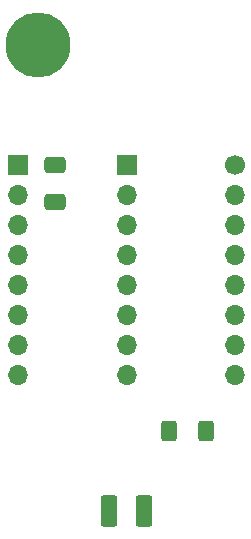
<source format=gbr>
%TF.GenerationSoftware,KiCad,Pcbnew,(6.0.0)*%
%TF.CreationDate,2022-05-30T13:25:33-04:00*%
%TF.ProjectId,JTAG_ISP-HDR,4a544147-5f49-4535-902d-4844522e6b69,v6.0.0*%
%TF.SameCoordinates,Original*%
%TF.FileFunction,Soldermask,Top*%
%TF.FilePolarity,Negative*%
%FSLAX46Y46*%
G04 Gerber Fmt 4.6, Leading zero omitted, Abs format (unit mm)*
G04 Created by KiCad (PCBNEW (6.0.0)) date 2022-05-30 13:25:33*
%MOMM*%
%LPD*%
G01*
G04 APERTURE LIST*
G04 Aperture macros list*
%AMRoundRect*
0 Rectangle with rounded corners*
0 $1 Rounding radius*
0 $2 $3 $4 $5 $6 $7 $8 $9 X,Y pos of 4 corners*
0 Add a 4 corners polygon primitive as box body*
4,1,4,$2,$3,$4,$5,$6,$7,$8,$9,$2,$3,0*
0 Add four circle primitives for the rounded corners*
1,1,$1+$1,$2,$3*
1,1,$1+$1,$4,$5*
1,1,$1+$1,$6,$7*
1,1,$1+$1,$8,$9*
0 Add four rect primitives between the rounded corners*
20,1,$1+$1,$2,$3,$4,$5,0*
20,1,$1+$1,$4,$5,$6,$7,0*
20,1,$1+$1,$6,$7,$8,$9,0*
20,1,$1+$1,$8,$9,$2,$3,0*%
G04 Aperture macros list end*
%ADD10C,5.499999*%
%ADD11C,1.700000*%
%ADD12O,1.700000X1.700000*%
%ADD13RoundRect,0.250000X-0.650000X0.412500X-0.650000X-0.412500X0.650000X-0.412500X0.650000X0.412500X0*%
%ADD14R,1.700000X1.700000*%
%ADD15RoundRect,0.250001X0.462499X1.074999X-0.462499X1.074999X-0.462499X-1.074999X0.462499X-1.074999X0*%
%ADD16RoundRect,0.250000X-0.400000X-0.625000X0.400000X-0.625000X0.400000X0.625000X-0.400000X0.625000X0*%
G04 APERTURE END LIST*
D10*
%TO.C,REF\u002A\u002A*%
X104217011Y-52255381D03*
%TD*%
D11*
%TO.C,J2*%
X120887020Y-62397568D03*
D12*
X120887020Y-64937568D03*
X120887020Y-67477568D03*
X120887020Y-70017568D03*
X120887020Y-72557568D03*
X120887020Y-75097568D03*
X120887020Y-77637568D03*
X120887020Y-80177568D03*
%TD*%
D13*
%TO.C,C1*%
X105651021Y-62376869D03*
X105651021Y-65501869D03*
%TD*%
D14*
%TO.C,J1*%
X102525004Y-62397568D03*
D12*
X102525004Y-64937568D03*
X102525004Y-67477568D03*
X102525004Y-70017568D03*
X102525004Y-72557568D03*
X102525004Y-75097568D03*
X102525004Y-77637568D03*
X102525004Y-80177568D03*
%TD*%
D14*
%TO.C,JTAG1*%
X111706012Y-62397568D03*
D12*
X111706012Y-64937568D03*
X111706012Y-67477568D03*
X111706012Y-70017568D03*
X111706012Y-72557568D03*
X111706012Y-75097568D03*
X111706012Y-77637568D03*
X111706012Y-80177568D03*
%TD*%
D15*
%TO.C,D1*%
X113188521Y-91639369D03*
X110213521Y-91639369D03*
%TD*%
D16*
%TO.C,R1*%
X115301024Y-84889365D03*
X118401024Y-84889365D03*
%TD*%
M02*

</source>
